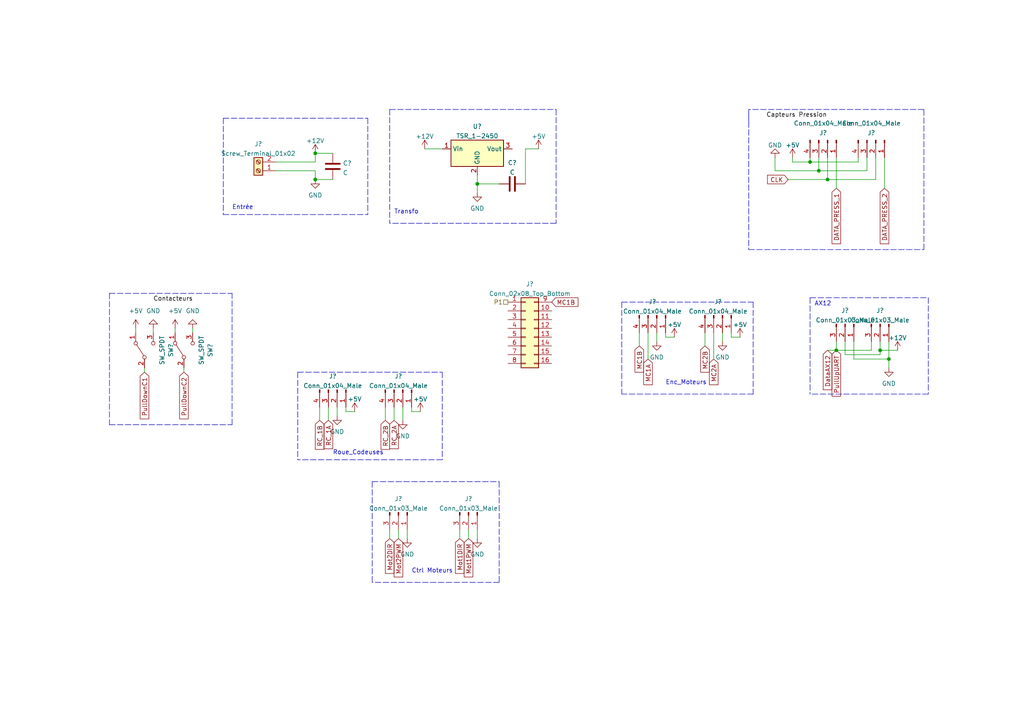
<source format=kicad_sch>
(kicad_sch (version 20211123) (generator eeschema)
  (paper "A4")
  (lib_symbols
    (symbol "Connector:Conn_01x03_Male" (pin_names (offset 1.016) hide)
      (property "Reference" "J" (at 0 5.08 0))
      (property "Value" "Conn_01x03_Male" (at 0 -5.08 0))
      (symbol "Conn_01x03_Male_1_1"
        (polyline (pts (xy 1.27 -2.54) (xy 0.8636 -2.54)) (stroke (width 0.1524)))
        (polyline (pts (xy 1.27 0) (xy 0.8636 0)) (stroke (width 0.1524)))
        (polyline (pts (xy 1.27 2.54) (xy 0.8636 2.54)) (stroke (width 0.1524)))
        (rectangle (start 0.8636 -2.413) (end 0 -2.667) (stroke (width 0.1524)) (fill (type outline)))
        (rectangle (start 0.8636 0.127) (end 0 -0.127) (stroke (width 0.1524)) (fill (type outline)))
        (rectangle (start 0.8636 2.667) (end 0 2.413) (stroke (width 0.1524)) (fill (type outline)))
        (pin passive line (at 5.08 2.54 180) (length 3.81) (name "Pin_1") (number "1"))
        (pin passive line (at 5.08 0 180) (length 3.81) (name "Pin_2") (number "2"))
        (pin passive line (at 5.08 -2.54 180) (length 3.81) (name "Pin_3") (number "3"))
      )
    )
    (symbol "Connector:Conn_01x04_Male" (pin_names (offset 1.016) hide)
      (property "Reference" "J" (at 0 5.08 0))
      (property "Value" "Conn_01x04_Male" (at 0 -7.62 0))
      (symbol "Conn_01x04_Male_1_1"
        (polyline (pts (xy 1.27 -5.08) (xy 0.8636 -5.08)) (stroke (width 0.1524)))
        (polyline (pts (xy 1.27 -2.54) (xy 0.8636 -2.54)) (stroke (width 0.1524)))
        (polyline (pts (xy 1.27 0) (xy 0.8636 0)) (stroke (width 0.1524)))
        (polyline (pts (xy 1.27 2.54) (xy 0.8636 2.54)) (stroke (width 0.1524)))
        (rectangle (start 0.8636 -4.953) (end 0 -5.207) (stroke (width 0.1524)) (fill (type outline)))
        (rectangle (start 0.8636 -2.413) (end 0 -2.667) (stroke (width 0.1524)) (fill (type outline)))
        (rectangle (start 0.8636 0.127) (end 0 -0.127) (stroke (width 0.1524)) (fill (type outline)))
        (rectangle (start 0.8636 2.667) (end 0 2.413) (stroke (width 0.1524)) (fill (type outline)))
        (pin passive line (at 5.08 2.54 180) (length 3.81) (name "Pin_1") (number "1"))
        (pin passive line (at 5.08 0 180) (length 3.81) (name "Pin_2") (number "2"))
        (pin passive line (at 5.08 -2.54 180) (length 3.81) (name "Pin_3") (number "3"))
        (pin passive line (at 5.08 -5.08 180) (length 3.81) (name "Pin_4") (number "4"))
      )
    )
    (symbol "Connector:Screw_Terminal_01x02" (pin_names (offset 1.016) hide)
      (property "Reference" "J" (at 0 2.54 0))
      (property "Value" "Screw_Terminal_01x02" (at 0 -5.08 0))
      (symbol "Screw_Terminal_01x02_1_1"
        (rectangle (start -1.27 1.27) (end 1.27 -3.81) (stroke (width 0.254)) (fill (type background)))
        (circle (center 0 -2.54) (radius 0.635) (stroke (width 0.1524)))
        (polyline (pts (xy -0.5334 -2.2098) (xy 0.3302 -3.048)) (stroke (width 0.1524)))
        (polyline (pts (xy -0.5334 0.3302) (xy 0.3302 -0.508)) (stroke (width 0.1524)))
        (polyline (pts (xy -0.3556 -2.032) (xy 0.508 -2.8702)) (stroke (width 0.1524)))
        (polyline (pts (xy -0.3556 0.508) (xy 0.508 -0.3302)) (stroke (width 0.1524)))
        (circle (center 0 0) (radius 0.635) (stroke (width 0.1524)))
        (pin passive line (at -5.08 0 0) (length 3.81) (name "Pin_1") (number "1"))
        (pin passive line (at -5.08 -2.54 0) (length 3.81) (name "Pin_2") (number "2"))
      )
    )
    (symbol "Connector_Generic:Conn_02x08_Top_Bottom" (pin_names (offset 1.016) hide)
      (property "Reference" "J" (at 1.27 10.16 0))
      (property "Value" "Conn_02x08_Top_Bottom" (at 1.27 -12.7 0))
      (symbol "Conn_02x08_Top_Bottom_1_1"
        (rectangle (start -1.27 -10.033) (end 0 -10.287) (stroke (width 0.1524)))
        (rectangle (start -1.27 -7.493) (end 0 -7.747) (stroke (width 0.1524)))
        (rectangle (start -1.27 -4.953) (end 0 -5.207) (stroke (width 0.1524)))
        (rectangle (start -1.27 -2.413) (end 0 -2.667) (stroke (width 0.1524)))
        (rectangle (start -1.27 0.127) (end 0 -0.127) (stroke (width 0.1524)))
        (rectangle (start -1.27 2.667) (end 0 2.413) (stroke (width 0.1524)))
        (rectangle (start -1.27 5.207) (end 0 4.953) (stroke (width 0.1524)))
        (rectangle (start -1.27 7.747) (end 0 7.493) (stroke (width 0.1524)))
        (rectangle (start -1.27 8.89) (end 3.81 -11.43) (stroke (width 0.254)) (fill (type background)))
        (rectangle (start 3.81 -10.033) (end 2.54 -10.287) (stroke (width 0.1524)))
        (rectangle (start 3.81 -7.493) (end 2.54 -7.747) (stroke (width 0.1524)))
        (rectangle (start 3.81 -4.953) (end 2.54 -5.207) (stroke (width 0.1524)))
        (rectangle (start 3.81 -2.413) (end 2.54 -2.667) (stroke (width 0.1524)))
        (rectangle (start 3.81 0.127) (end 2.54 -0.127) (stroke (width 0.1524)))
        (rectangle (start 3.81 2.667) (end 2.54 2.413) (stroke (width 0.1524)))
        (rectangle (start 3.81 5.207) (end 2.54 4.953) (stroke (width 0.1524)))
        (rectangle (start 3.81 7.747) (end 2.54 7.493) (stroke (width 0.1524)))
        (pin passive line (at -5.08 7.62 0) (length 3.81) (name "Pin_1") (number "1"))
        (pin passive line (at 7.62 5.08 180) (length 3.81) (name "Pin_10") (number "10"))
        (pin passive line (at 7.62 2.54 180) (length 3.81) (name "Pin_11") (number "11"))
        (pin passive line (at 7.62 0 180) (length 3.81) (name "Pin_12") (number "12"))
        (pin passive line (at 7.62 -2.54 180) (length 3.81) (name "Pin_13") (number "13"))
        (pin passive line (at 7.62 -5.08 180) (length 3.81) (name "Pin_14") (number "14"))
        (pin passive line (at 7.62 -7.62 180) (length 3.81) (name "Pin_15") (number "15"))
        (pin passive line (at 7.62 -10.16 180) (length 3.81) (name "Pin_16") (number "16"))
        (pin passive line (at -5.08 5.08 0) (length 3.81) (name "Pin_2") (number "2"))
        (pin passive line (at -5.08 2.54 0) (length 3.81) (name "Pin_3") (number "3"))
        (pin passive line (at -5.08 0 0) (length 3.81) (name "Pin_4") (number "4"))
        (pin passive line (at -5.08 -2.54 0) (length 3.81) (name "Pin_5") (number "5"))
        (pin passive line (at -5.08 -5.08 0) (length 3.81) (name "Pin_6") (number "6"))
        (pin passive line (at -5.08 -7.62 0) (length 3.81) (name "Pin_7") (number "7"))
        (pin passive line (at -5.08 -10.16 0) (length 3.81) (name "Pin_8") (number "8"))
        (pin passive line (at 7.62 7.62 180) (length 3.81) (name "Pin_9") (number "9"))
      )
    )
    (symbol "Device:C" (pin_numbers hide) (pin_names (offset 0.254))
      (property "Reference" "C" (at 0.635 2.54 0))
      (property "Value" "C" (at 0.635 -2.54 0))
      (symbol "C_0_1"
        (polyline (pts (xy -2.032 -0.762) (xy 2.032 -0.762)) (stroke (width 0.508)))
        (polyline (pts (xy -2.032 0.762) (xy 2.032 0.762)) (stroke (width 0.508)))
      )
      (symbol "C_1_1"
        (pin passive line (at 0 3.81 270) (length 2.794) (name "~") (number "1"))
        (pin passive line (at 0 -3.81 90) (length 2.794) (name "~") (number "2"))
      )
    )
    (symbol "Regulator_Switching:TSR_1-2450"
      (property "Reference" "U" (at -7.62 6.35 0))
      (property "Value" "TSR_1-2450" (at -1.27 6.35 0))
      (symbol "TSR_1-2450_0_1"
        (rectangle (start -7.62 5.08) (end 7.62 -2.54) (stroke (width 0.254)) (fill (type background)))
      )
      (symbol "TSR_1-2450_1_1"
        (pin power_in line (at -10.16 2.54 0) (length 2.54) (name "Vin") (number "1"))
        (pin power_in line (at 0 -5.08 90) (length 2.54) (name "GND") (number "2"))
        (pin power_out line (at 10.16 2.54 180) (length 2.54) (name "Vout") (number "3"))
      )
    )
    (symbol "Switch:SW_SPDT" (pin_names (offset 0) hide)
      (property "Reference" "SW" (at 0 4.318 0))
      (property "Value" "SW_SPDT" (at 0 -5.08 0))
      (symbol "SW_SPDT_0_0"
        (circle (center -2.032 0) (radius 0.508))
        (circle (center 2.032 -2.54) (radius 0.508))
      )
      (symbol "SW_SPDT_0_1"
        (polyline (pts (xy -1.524 0.254) (xy 1.651 2.286)))
        (circle (center 2.032 2.54) (radius 0.508))
      )
      (symbol "SW_SPDT_1_1"
        (pin passive line (at 5.08 2.54 180) (length 2.54) (name "A") (number "1"))
        (pin passive line (at -5.08 0 0) (length 2.54) (name "B") (number "2"))
        (pin passive line (at 5.08 -2.54 180) (length 2.54) (name "C") (number "3"))
      )
    )
    (symbol "power:+12V" (power) (pin_names (offset 0))
      (property "Value" "+12V" (at 0 3.556 0))
      (symbol "+12V_0_1"
        (polyline (pts (xy -0.762 1.27) (xy 0 2.54)))
        (polyline (pts (xy 0 0) (xy 0 2.54)))
        (polyline (pts (xy 0 2.54) (xy 0.762 1.27)))
      )
      (symbol "+12V_1_1"
        (pin power_in line (at 0 0 90) (length 0) hide (name "+12V") (number "1"))
      )
    )
    (symbol "power:+5V" (power) (pin_names (offset 0))
      (property "Value" "+5V" (at 0 3.556 0))
      (symbol "+5V_0_1"
        (polyline (pts (xy -0.762 1.27) (xy 0 2.54)))
        (polyline (pts (xy 0 0) (xy 0 2.54)))
        (polyline (pts (xy 0 2.54) (xy 0.762 1.27)))
      )
      (symbol "+5V_1_1"
        (pin power_in line (at 0 0 90) (length 0) hide (name "+5V") (number "1"))
      )
    )
    (symbol "power:GND" (power) (pin_names (offset 0))
      (property "Value" "GND" (at 0 -3.81 0))
      (symbol "GND_0_1"
        (polyline (pts (xy 0 0) (xy 0 -1.27) (xy 1.27 -1.27) (xy 0 -2.54) (xy -1.27 -1.27) (xy 0 -1.27)))
      )
      (symbol "GND_1_1"
        (pin power_in line (at 0 0 270) (length 0) hide (name "GND") (number "1"))
      )
    )
  )
  (junction (at 255.27 101.6))
  (junction (at 91.44 52.07))
  (junction (at 237.49 49.53))
  (junction (at 234.95 46.99))
  (junction (at 257.81 104.14))
  (junction (at 138.43 53.34))
  (junction (at 91.44 44.45))
  (junction (at 242.57 101.6))
  (junction (at 240.03 52.07))
  (wire (pts (xy 254 45.72) (xy 254 52.07)))
  (polyline (pts (xy 64.77 34.29) (xy 106.68 34.29)))
  (wire (pts (xy 255.27 99.06) (xy 255.27 101.6)))
  (wire (pts (xy 255.27 101.6) (xy 255.27 102.87)))
  (wire (pts (xy 152.4 43.18) (xy 156.21 43.18)))
  (wire (pts (xy 240.03 45.72) (xy 240.03 52.07)))
  (polyline (pts (xy 144.78 168.91) (xy 107.95 168.91)))
  (wire (pts (xy 116.84 118.11) (xy 116.84 121.92)))
  (wire (pts (xy 44.45 95.25) (xy 44.45 96.52)))
  (wire (pts (xy 242.57 45.72) (xy 242.57 54.61)))
  (polyline (pts (xy 267.97 72.39) (xy 267.97 31.75)))
  (wire (pts (xy 242.57 99.06) (xy 242.57 101.6)))
  (polyline (pts (xy 267.97 31.75) (xy 217.17 31.75)))
  (polyline (pts (xy 67.31 123.19) (xy 67.31 85.09)))
  (polyline (pts (xy 217.17 72.39) (xy 267.97 72.39)))
  (polyline (pts (xy 107.95 139.7) (xy 144.78 139.7)))
  (wire (pts (xy 138.43 153.67) (xy 138.43 156.21)))
  (wire (pts (xy 257.81 104.14) (xy 257.81 106.68)))
  (polyline (pts (xy 218.44 87.63) (xy 218.44 114.3)))
  (wire (pts (xy 255.27 101.6) (xy 260.35 101.6)))
  (wire (pts (xy 245.11 102.87) (xy 245.11 99.06)))
  (wire (pts (xy 209.55 96.52) (xy 209.55 99.06)))
  (wire (pts (xy 185.42 96.52) (xy 185.42 100.33)))
  (polyline (pts (xy 234.95 86.36) (xy 234.95 114.3)))
  (polyline (pts (xy 113.03 31.75) (xy 113.03 64.77)))
  (polyline (pts (xy 180.34 87.63) (xy 180.34 114.3)))
  (polyline (pts (xy 64.77 34.29) (xy 64.77 62.23)))
  (polyline (pts (xy 31.75 85.09) (xy 31.75 123.19)))
  (polyline (pts (xy 86.36 107.95) (xy 86.36 133.35)))
  (wire (pts (xy 207.01 96.52) (xy 207.01 104.14)))
  (wire (pts (xy 229.87 46.99) (xy 234.95 46.99)))
  (polyline (pts (xy 86.36 107.95) (xy 128.27 107.95)))
  (polyline (pts (xy 161.29 31.75) (xy 161.29 64.77)))
  (wire (pts (xy 257.81 104.14) (xy 247.65 104.14)))
  (wire (pts (xy 252.73 99.06) (xy 252.73 101.6)))
  (wire (pts (xy 111.76 118.11) (xy 111.76 121.92)))
  (wire (pts (xy 190.5 96.52) (xy 190.5 99.06)))
  (polyline (pts (xy 180.34 87.63) (xy 218.44 87.63)))
  (wire (pts (xy 240.03 52.07) (xy 254 52.07)))
  (polyline (pts (xy 31.75 85.09) (xy 67.31 85.09)))
  (wire (pts (xy 224.79 45.72) (xy 224.79 49.53)))
  (wire (pts (xy 251.46 45.72) (xy 251.46 49.53)))
  (polyline (pts (xy 128.27 133.35) (xy 86.36 133.35)))
  (wire (pts (xy 187.96 96.52) (xy 187.96 104.14)))
  (polyline (pts (xy 269.24 114.3) (xy 234.95 114.3)))
  (wire (pts (xy 119.38 118.11) (xy 119.38 119.38)))
  (polyline (pts (xy 161.29 64.77) (xy 113.03 64.77)))
  (polyline (pts (xy 269.24 86.36) (xy 269.24 114.3)))
  (wire (pts (xy 247.65 99.06) (xy 247.65 104.14)))
  (wire (pts (xy 224.79 49.53) (xy 237.49 49.53)))
  (wire (pts (xy 55.88 95.25) (xy 55.88 96.52)))
  (wire (pts (xy 97.79 118.11) (xy 97.79 120.65)))
  (polyline (pts (xy 144.78 139.7) (xy 144.78 168.91)))
  (polyline (pts (xy 31.75 123.19) (xy 67.31 123.19)))
  (wire (pts (xy 234.95 46.99) (xy 248.92 46.99)))
  (wire (pts (xy 256.54 45.72) (xy 256.54 54.61)))
  (wire (pts (xy 234.95 45.72) (xy 234.95 46.99)))
  (wire (pts (xy 53.34 106.68) (xy 53.34 107.95)))
  (wire (pts (xy 229.87 45.72) (xy 229.87 46.99)))
  (wire (pts (xy 102.87 119.38) (xy 100.33 119.38)))
  (wire (pts (xy 114.3 118.11) (xy 114.3 121.92)))
  (wire (pts (xy 133.35 153.67) (xy 133.35 156.21)))
  (wire (pts (xy 195.58 97.79) (xy 193.04 97.79)))
  (wire (pts (xy 50.8 95.25) (xy 50.8 96.52)))
  (polyline (pts (xy 218.44 114.3) (xy 180.34 114.3)))
  (wire (pts (xy 257.81 99.06) (xy 257.81 104.14)))
  (wire (pts (xy 92.71 118.11) (xy 92.71 121.92)))
  (wire (pts (xy 240.03 101.6) (xy 242.57 101.6)))
  (wire (pts (xy 95.25 118.11) (xy 95.25 121.92)))
  (wire (pts (xy 237.49 45.72) (xy 237.49 49.53)))
  (wire (pts (xy 138.43 53.34) (xy 138.43 55.88)))
  (wire (pts (xy 80.01 46.99) (xy 91.44 46.99)))
  (wire (pts (xy 91.44 49.53) (xy 91.44 52.07)))
  (wire (pts (xy 121.92 119.38) (xy 119.38 119.38)))
  (wire (pts (xy 248.92 45.72) (xy 248.92 46.99)))
  (wire (pts (xy 237.49 49.53) (xy 251.46 49.53)))
  (wire (pts (xy 252.73 101.6) (xy 242.57 101.6)))
  (wire (pts (xy 39.37 95.25) (xy 39.37 96.52)))
  (polyline (pts (xy 217.17 31.75) (xy 217.17 35.56)))
  (wire (pts (xy 115.57 153.67) (xy 115.57 156.21)))
  (polyline (pts (xy 128.27 107.95) (xy 128.27 133.35)))
  (wire (pts (xy 41.91 106.68) (xy 41.91 107.95)))
  (wire (pts (xy 138.43 53.34) (xy 144.78 53.34)))
  (polyline (pts (xy 106.68 34.29) (xy 106.68 62.23)))
  (polyline (pts (xy 217.17 33.02) (xy 217.17 72.39)))
  (wire (pts (xy 100.33 119.38) (xy 100.33 118.11)))
  (wire (pts (xy 96.52 52.07) (xy 91.44 52.07)))
  (wire (pts (xy 204.47 96.52) (xy 204.47 100.33)))
  (wire (pts (xy 80.01 49.53) (xy 91.44 49.53)))
  (wire (pts (xy 228.6 52.07) (xy 240.03 52.07)))
  (wire (pts (xy 193.04 97.79) (xy 193.04 96.52)))
  (polyline (pts (xy 234.95 86.36) (xy 269.24 86.36)))
  (wire (pts (xy 91.44 44.45) (xy 96.52 44.45)))
  (wire (pts (xy 212.09 96.52) (xy 212.09 97.79)))
  (wire (pts (xy 214.63 97.79) (xy 212.09 97.79)))
  (wire (pts (xy 135.89 153.67) (xy 135.89 156.21)))
  (wire (pts (xy 91.44 46.99) (xy 91.44 44.45)))
  (wire (pts (xy 255.27 102.87) (xy 245.11 102.87)))
  (polyline (pts (xy 107.95 139.7) (xy 107.95 168.91)))
  (wire (pts (xy 138.43 50.8) (xy 138.43 53.34)))
  (wire (pts (xy 113.03 153.67) (xy 113.03 156.21)))
  (wire (pts (xy 118.11 153.67) (xy 118.11 156.21)))
  (polyline (pts (xy 64.77 62.23) (xy 106.68 62.23)))
  (polyline (pts (xy 113.03 31.75) (xy 161.29 31.75)))
  (wire (pts (xy 123.19 43.18) (xy 128.27 43.18)))
  (wire (pts (xy 152.4 53.34) (xy 152.4 43.18)))
  (text "Enc_Moteurs" (at 193.04 111.76 0) (effects (font (size 1.27 1.27)) (justify left bottom)))
  (text "Ctrl Moteurs" (at 119.38 166.37 0) (effects (font (size 1.27 1.27)) (justify left bottom)))
  (text "Transfo" (at 114.3 62.23 0) (effects (font (size 1.27 1.27)) (justify left bottom)))
  (text "AX12" (at 236.22 88.9 0) (effects (font (size 1.27 1.27)) (justify left bottom)))
  (text "Roue_Codeuses" (at 96.52 132.08 0) (effects (font (size 1.27 1.27)) (justify left bottom)))
  (text "Entrée" (at 67.31 60.96 0) (effects (font (size 1.27 1.27)) (justify left bottom)))
  (label "Capteurs Pression" (at 222.25 34.29 0))
  (label "Contacteurs" (at 44.45 87.63 0))
  (global_label "Mot1DIR" (shape input) (at 133.35 156.21 270) (property "Intersheet References" "${INTERSHEET_REFS}" (effects hide)))
  (global_label "MC1B" (shape input) (at 160.02 87.63 0) (property "Intersheet References" "${INTERSHEET_REFS}" (effects hide)))
  (global_label "CLK" (shape input) (at 228.6 52.07 180) (property "Intersheet References" "${INTERSHEET_REFS}" (effects hide)))
  (global_label "PullDownC1" (shape input) (at 41.91 107.95 270) (property "Intersheet References" "${INTERSHEET_REFS}" (effects hide)))
  (global_label "DataAX12" (shape input) (at 240.03 101.6 270) (property "Intersheet References" "${INTERSHEET_REFS}" (effects hide)))
  (global_label "MC1B" (shape input) (at 185.42 100.33 270) (property "Intersheet References" "${INTERSHEET_REFS}" (effects hide)))
  (global_label "PullDownC2" (shape input) (at 53.34 107.95 270) (property "Intersheet References" "${INTERSHEET_REFS}" (effects hide)))
  (global_label "RC_2B" (shape input) (at 111.76 121.92 270) (property "Intersheet References" "${INTERSHEET_REFS}" (effects hide)))
  (global_label "DATA_PRESS_2" (shape input) (at 256.54 54.61 270) (property "Intersheet References" "${INTERSHEET_REFS}" (effects hide)))
  (global_label "Mot1PWM" (shape input) (at 135.89 156.21 270) (property "Intersheet References" "${INTERSHEET_REFS}" (effects hide)))
  (global_label "MC1A" (shape input) (at 187.96 104.14 270) (property "Intersheet References" "${INTERSHEET_REFS}" (effects hide)))
  (global_label "Mot2PWM" (shape input) (at 115.57 156.21 270) (property "Intersheet References" "${INTERSHEET_REFS}" (effects hide)))
  (global_label "RC_2A" (shape input) (at 114.3 121.92 270) (property "Intersheet References" "${INTERSHEET_REFS}" (effects hide)))
  (global_label "MC2B" (shape input) (at 204.47 100.33 270) (property "Intersheet References" "${INTERSHEET_REFS}" (effects hide)))
  (global_label "Mot2DIR" (shape input) (at 113.03 156.21 270) (property "Intersheet References" "${INTERSHEET_REFS}" (effects hide)))
  (global_label "PullUpUART" (shape input) (at 242.57 101.6 270) (property "Intersheet References" "${INTERSHEET_REFS}" (effects hide)))
  (global_label "RC_1A" (shape input) (at 95.25 121.92 270) (property "Intersheet References" "${INTERSHEET_REFS}" (effects hide)))
  (global_label "DATA_PRESS_1" (shape input) (at 242.57 54.61 270) (property "Intersheet References" "${INTERSHEET_REFS}" (effects hide)))
  (global_label "MC2A" (shape input) (at 207.01 104.14 270) (property "Intersheet References" "${INTERSHEET_REFS}" (effects hide)))
  (global_label "RC_1B" (shape input) (at 92.71 121.92 270) (property "Intersheet References" "${INTERSHEET_REFS}" (effects hide)))
  (hierarchical_label "P1" (shape passive) (at 147.32 87.63 180))
  (symbol (lib_id "Connector_Generic:Conn_02x08_Top_Bottom") (at 152.4 95.25 0) (unit 1)
    (property "Reference" "J?" (at 153.67 82.3935 0))
    (property "Value" "Conn_02x08_Top_Bottom" (at 153.67 85.1686 0))
  )
  (symbol (lib_id "Connector:Conn_01x04_Male") (at 190.5 91.44 270) (unit 1)
    (property "Reference" "J?" (at 189.23 87.5243 90))
    (property "Value" "Conn_01x04_Male" (at 189.23 90.2994 90))
  )
  (symbol (lib_id "power:+5V") (at 50.8 95.25 0) (unit 1)
    (property "Reference" "#PWR?" (effects hide))
    (property "Value" "+5V" (at 50.8 90.17 0))
  )
  (symbol (lib_id "power:+12V") (at 260.35 101.6 0) (unit 1)
    (property "Reference" "#PWR?" (effects hide))
    (property "Value" "+12V" (at 260.35 97.9955 0))
  )
  (symbol (lib_id "Device:C") (at 148.59 53.34 90) (unit 1)
    (property "Reference" "C?" (at 148.59 47.2145 90))
    (property "Value" "C" (at 148.59 49.9896 90))
  )
  (symbol (lib_id "power:+5V") (at 195.58 97.79 0) (unit 1)
    (property "Reference" "#PWR?" (effects hide))
    (property "Value" "+5V" (at 195.58 94.1855 0))
  )
  (symbol (lib_id "power:+5V") (at 156.21 43.18 0) (unit 1)
    (property "Reference" "#PWR?" (effects hide))
    (property "Value" "+5V" (at 156.21 39.5755 0))
  )
  (symbol (lib_id "power:GND") (at 97.79 120.65 0) (unit 1)
    (property "Reference" "#PWR?" (effects hide))
    (property "Value" "GND" (at 97.79 125.2125 0))
  )
  (symbol (lib_id "power:GND") (at 118.11 156.21 0) (unit 1)
    (property "Reference" "#PWR?" (effects hide))
    (property "Value" "GND" (at 118.11 160.7725 0))
  )
  (symbol (lib_id "power:GND") (at 190.5 99.06 0) (unit 1)
    (property "Reference" "#PWR?" (effects hide))
    (property "Value" "GND" (at 190.5 103.6225 0))
  )
  (symbol (lib_id "Connector:Conn_01x04_Male") (at 209.55 91.44 270) (unit 1)
    (property "Reference" "J?" (at 208.28 87.5243 90))
    (property "Value" "Conn_01x04_Male" (at 208.28 90.2994 90))
  )
  (symbol (lib_id "power:GND") (at 138.43 55.88 0) (unit 1)
    (property "Reference" "#PWR?" (effects hide))
    (property "Value" "GND" (at 138.43 60.4425 0))
  )
  (symbol (lib_id "Connector:Conn_01x04_Male") (at 240.03 40.64 270) (unit 1)
    (property "Reference" "J?" (at 238.76 38.5413 90))
    (property "Value" "Conn_01x04_Male" (at 238.76 35.7662 90))
  )
  (symbol (lib_id "Connector:Conn_01x03_Male") (at 115.57 148.59 270) (unit 1)
    (property "Reference" "J?" (at 115.57 144.6743 90))
    (property "Value" "Conn_01x03_Male" (at 115.57 147.4494 90))
  )
  (symbol (lib_id "power:GND") (at 91.44 52.07 0) (unit 1)
    (property "Reference" "#PWR?" (effects hide))
    (property "Value" "GND" (at 91.44 56.6325 0))
  )
  (symbol (lib_id "power:GND") (at 209.55 99.06 0) (unit 1)
    (property "Reference" "#PWR?" (effects hide))
    (property "Value" "GND" (at 209.55 103.6225 0))
  )
  (symbol (lib_id "power:+5V") (at 102.87 119.38 0) (unit 1)
    (property "Reference" "#PWR?" (effects hide))
    (property "Value" "+5V" (at 102.87 115.7755 0))
  )
  (symbol (lib_id "power:GND") (at 55.88 95.25 180) (unit 1)
    (property "Reference" "#PWR?" (effects hide))
    (property "Value" "GND" (at 55.88 90.17 0))
  )
  (symbol (lib_id "Connector:Conn_01x03_Male") (at 255.27 93.98 270) (unit 1)
    (property "Reference" "J?" (at 255.27 90.0643 90))
    (property "Value" "Conn_01x03_Male" (at 255.27 92.8394 90))
  )
  (symbol (lib_id "power:GND") (at 44.45 95.25 180) (unit 1)
    (property "Reference" "#PWR?" (effects hide))
    (property "Value" "GND" (at 44.45 90.17 0))
  )
  (symbol (lib_id "Switch:SW_SPDT") (at 53.34 101.6 90) (unit 1)
    (property "Reference" "SW?" (at 60.96 101.6 0))
    (property "Value" "SW_SPDT" (at 58.42 101.6 0))
  )
  (symbol (lib_id "Switch:SW_SPDT") (at 41.91 101.6 90) (unit 1)
    (property "Reference" "SW?" (at 49.53 101.6 0))
    (property "Value" "SW_SPDT" (at 46.99 101.6 0))
  )
  (symbol (lib_id "power:GND") (at 138.43 156.21 0) (unit 1)
    (property "Reference" "#PWR?" (effects hide))
    (property "Value" "GND" (at 138.43 160.7725 0))
  )
  (symbol (lib_id "Device:C") (at 96.52 48.26 0) (unit 1)
    (property "Reference" "C?" (at 99.441 47.3515 0) (effects (justify left)))
    (property "Value" "C" (at 99.441 50.1266 0) (effects (justify left)))
  )
  (symbol (lib_id "power:+5V") (at 229.87 45.72 0) (unit 1)
    (property "Reference" "#PWR?" (effects hide))
    (property "Value" "+5V" (at 229.87 42.1155 0))
  )
  (symbol (lib_id "Connector:Conn_01x04_Male") (at 254 40.64 270) (unit 1)
    (property "Reference" "J?" (at 252.73 38.5413 90))
    (property "Value" "Conn_01x04_Male" (at 252.73 35.7662 90))
  )
  (symbol (lib_id "power:+5V") (at 121.92 119.38 0) (unit 1)
    (property "Reference" "#PWR?" (effects hide))
    (property "Value" "+5V" (at 121.92 115.7755 0))
  )
  (symbol (lib_id "Connector:Conn_01x03_Male") (at 245.11 93.98 270) (unit 1)
    (property "Reference" "J?" (at 245.11 90.0643 90))
    (property "Value" "Conn_01x03_Male" (at 245.11 92.8394 90))
  )
  (symbol (lib_id "power:+5V") (at 214.63 97.79 0) (unit 1)
    (property "Reference" "#PWR?" (effects hide))
    (property "Value" "+5V" (at 214.63 94.1855 0))
  )
  (symbol (lib_id "Connector:Conn_01x03_Male") (at 135.89 148.59 270) (unit 1)
    (property "Reference" "J?" (at 135.89 144.6743 90))
    (property "Value" "Conn_01x03_Male" (at 135.89 147.4494 90))
  )
  (symbol (lib_id "Connector:Conn_01x04_Male") (at 116.84 113.03 270) (unit 1)
    (property "Reference" "J?" (at 115.57 109.1143 90))
    (property "Value" "Conn_01x04_Male" (at 115.57 111.8894 90))
  )
  (symbol (lib_id "power:GND") (at 116.84 121.92 0) (unit 1)
    (property "Reference" "#PWR?" (effects hide))
    (property "Value" "GND" (at 116.84 126.4825 0))
  )
  (symbol (lib_id "power:GND") (at 224.79 45.72 180) (unit 1)
    (property "Reference" "#PWR?" (effects hide))
    (property "Value" "GND" (at 224.79 42.1155 0))
  )
  (symbol (lib_id "power:+5V") (at 39.37 95.25 0) (unit 1)
    (property "Reference" "#PWR?" (effects hide))
    (property "Value" "+5V" (at 39.37 90.17 0))
  )
  (symbol (lib_id "Regulator_Switching:TSR_1-2450") (at 138.43 45.72 0) (unit 1)
    (property "Reference" "U?" (at 138.43 36.6735 0))
    (property "Value" "TSR_1-2450" (at 138.43 39.4486 0))
    (property "Footprint" "Converter_DCDC:Converter_DCDC_TRACO_TSR-1_THT" (effects hide))
    (property "Datasheet" "http://www.tracopower.com/products/tsr1.pdf" (effects hide))
  )
  (symbol (lib_id "Connector:Conn_01x04_Male") (at 97.79 113.03 270) (unit 1)
    (property "Reference" "J?" (at 96.52 109.1143 90))
    (property "Value" "Conn_01x04_Male" (at 96.52 111.8894 90))
  )
  (symbol (lib_id "power:GND") (at 257.81 106.68 0) (unit 1)
    (property "Reference" "#PWR?" (effects hide))
    (property "Value" "GND" (at 257.81 111.2425 0))
  )
  (symbol (lib_id "power:+12V") (at 123.19 43.18 0) (unit 1)
    (property "Reference" "#PWR?" (effects hide))
    (property "Value" "+12V" (at 123.19 39.5755 0))
  )
  (symbol (lib_id "Connector:Screw_Terminal_01x02") (at 74.93 49.53 180) (unit 1)
    (property "Reference" "J?" (at 74.93 41.7535 0))
    (property "Value" "Screw_Terminal_01x02" (at 74.93 44.5286 0))
  )
  (symbol (lib_id "power:+12V") (at 91.44 44.45 0) (unit 1)
    (property "Reference" "#PWR?" (effects hide))
    (property "Value" "+12V" (at 91.44 40.8455 0))
  )
)
</source>
